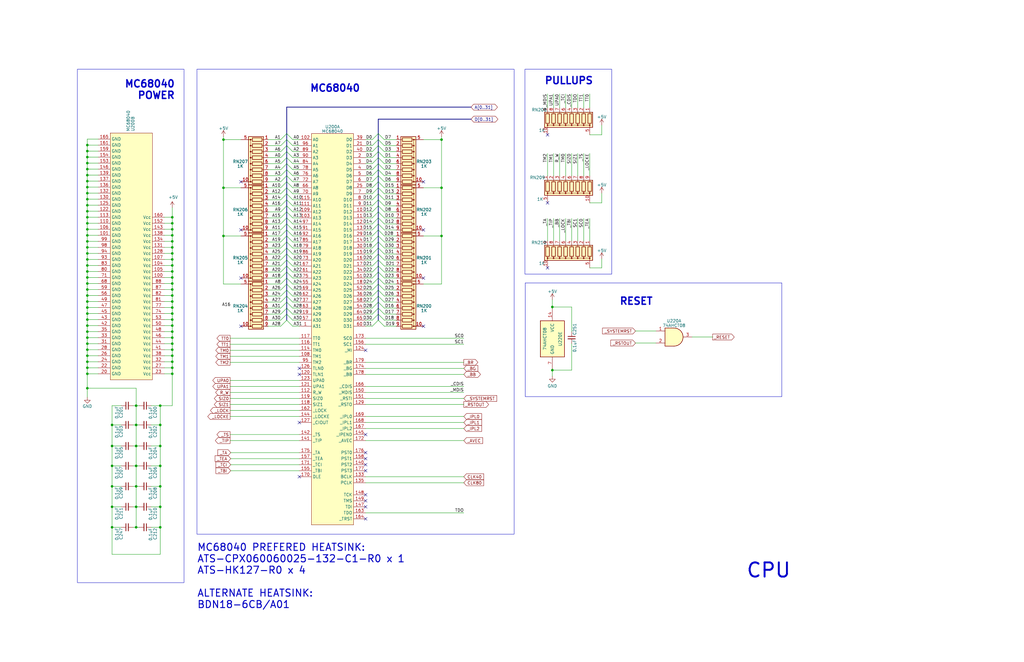
<source format=kicad_sch>
(kicad_sch (version 20230121) (generator eeschema)
  (paper "B")
  (title_block (title "AMIGA PCI") (date "2023-05-28") (rev "1"))
  (junction (at 36.83 73.914))
  (junction (at 36.83 94.234))
  (junction (at 36.83 68.834))
  (junction (at 47.244 213.868))
  (junction (at 57.404 188.214))
  (junction (at 67.564 188.214))
  (junction (at 47.244 222.504))
  (junction (at 36.83 78.994))
  (junction (at 36.83 86.614))
  (junction (at 36.83 145.034))
  (junction (at 36.83 137.414))
  (junction (at 72.644 139.954))
  (junction (at 72.644 155.194))
  (junction (at 72.644 132.334))
  (junction (at 36.83 142.494))
  (junction (at 72.644 150.114))
  (junction (at 36.83 163.83))
  (junction (at 57.404 196.596))
  (junction (at 232.918 156.21))
  (junction (at 36.83 147.574))
  (junction (at 47.244 188.214))
  (junction (at 72.644 114.554))
  (junction (at 36.83 114.554))
  (junction (at 36.83 91.694))
  (junction (at 36.83 81.534))
  (junction (at 36.83 157.734))
  (junction (at 57.404 213.868))
  (junction (at 72.644 117.094))
  (junction (at 36.83 104.394))
  (junction (at 72.644 157.734))
  (junction (at 36.83 122.174))
  (junction (at 47.244 179.324))
  (junction (at 72.644 124.714))
  (junction (at 72.644 109.474))
  (junction (at 186.182 99.568))
  (junction (at 36.83 76.454))
  (junction (at 72.644 104.394))
  (junction (at 67.564 205.232))
  (junction (at 36.83 127.254))
  (junction (at 36.83 106.934))
  (junction (at 72.644 142.494))
  (junction (at 36.83 155.194))
  (junction (at 72.644 94.234))
  (junction (at 72.644 127.254))
  (junction (at 36.83 84.074))
  (junction (at 36.83 119.634))
  (junction (at 36.83 66.294))
  (junction (at 72.644 99.314))
  (junction (at 36.83 99.314))
  (junction (at 57.404 179.324))
  (junction (at 36.83 150.114))
  (junction (at 67.564 222.504))
  (junction (at 72.644 145.034))
  (junction (at 36.83 134.874))
  (junction (at 186.182 58.928))
  (junction (at 36.83 109.474))
  (junction (at 72.644 101.854))
  (junction (at 72.644 137.414))
  (junction (at 72.644 129.794))
  (junction (at 67.564 171.196))
  (junction (at 36.83 96.774))
  (junction (at 72.644 91.694))
  (junction (at 36.83 63.754))
  (junction (at 36.83 101.854))
  (junction (at 72.644 112.014))
  (junction (at 232.918 129.54))
  (junction (at 36.83 139.954))
  (junction (at 36.83 117.094))
  (junction (at 36.83 152.654))
  (junction (at 72.644 96.774))
  (junction (at 72.644 119.634))
  (junction (at 57.404 205.232))
  (junction (at 36.83 61.214))
  (junction (at 67.564 213.868))
  (junction (at 67.564 196.596))
  (junction (at 47.244 196.596))
  (junction (at 36.83 71.374))
  (junction (at 36.83 132.334))
  (junction (at 57.404 222.504))
  (junction (at 72.644 147.574))
  (junction (at 47.244 205.232))
  (junction (at 186.182 79.248))
  (junction (at 94.234 58.928))
  (junction (at 36.83 112.014))
  (junction (at 36.83 129.794))
  (junction (at 36.83 89.154))
  (junction (at 72.644 122.174))
  (junction (at 67.564 179.324))
  (junction (at 72.644 152.654))
  (junction (at 94.234 99.568))
  (junction (at 72.644 134.874))
  (junction (at 94.234 79.248))
  (junction (at 72.644 106.934))
  (junction (at 36.83 124.714))
  (junction (at 57.404 171.196))
  (no_connect (at 154.178 218.948))
  (no_connect (at 101.6 137.668))
  (no_connect (at 126.238 155.448))
  (no_connect (at 126.238 201.168))
  (no_connect (at 126.238 178.308))
  (no_connect (at 154.178 196.088))
  (no_connect (at 154.178 193.548))
  (no_connect (at 126.238 157.988))
  (no_connect (at 154.178 147.828))
  (no_connect (at 154.178 183.388))
  (no_connect (at 230.886 56.896))
  (no_connect (at 101.6 117.348))
  (no_connect (at 101.6 97.028))
  (no_connect (at 101.6 76.708))
  (no_connect (at 178.562 76.708))
  (no_connect (at 154.178 211.328))
  (no_connect (at 178.562 97.028))
  (no_connect (at 154.178 208.788))
  (no_connect (at 178.562 117.348))
  (no_connect (at 154.178 198.628))
  (no_connect (at 230.886 85.598))
  (no_connect (at 178.562 137.668))
  (no_connect (at 154.178 213.868))
  (no_connect (at 230.886 113.03))
  (no_connect (at 154.178 191.008))
  (bus_entry (at 118.364 64.008) (size 2.54 -2.54))
  (bus_entry (at 118.364 124.968) (size 2.54 -2.54))
  (bus_entry (at 162.052 89.408) (size -2.54 -2.54))
  (bus_entry (at 156.972 61.468) (size 2.54 -2.54))
  (bus_entry (at 162.052 137.668) (size -2.54 -2.54))
  (bus_entry (at 156.972 102.108) (size 2.54 -2.54))
  (bus_entry (at 118.364 117.348) (size 2.54 -2.54))
  (bus_entry (at 118.364 109.728) (size 2.54 -2.54))
  (bus_entry (at 123.444 117.348) (size -2.54 -2.54))
  (bus_entry (at 156.972 86.868) (size 2.54 -2.54))
  (bus_entry (at 123.444 69.088) (size -2.54 -2.54))
  (bus_entry (at 118.364 114.808) (size 2.54 -2.54))
  (bus_entry (at 123.444 99.568) (size -2.54 -2.54))
  (bus_entry (at 156.972 89.408) (size 2.54 -2.54))
  (bus_entry (at 118.364 66.548) (size 2.54 -2.54))
  (bus_entry (at 156.972 114.808) (size 2.54 -2.54))
  (bus_entry (at 156.972 71.628) (size 2.54 -2.54))
  (bus_entry (at 162.052 119.888) (size -2.54 -2.54))
  (bus_entry (at 156.972 94.488) (size 2.54 -2.54))
  (bus_entry (at 162.052 104.648) (size -2.54 -2.54))
  (bus_entry (at 123.444 94.488) (size -2.54 -2.54))
  (bus_entry (at 123.444 74.168) (size -2.54 -2.54))
  (bus_entry (at 156.972 74.168) (size 2.54 -2.54))
  (bus_entry (at 162.052 81.788) (size -2.54 -2.54))
  (bus_entry (at 123.444 107.188) (size -2.54 -2.54))
  (bus_entry (at 156.972 112.268) (size 2.54 -2.54))
  (bus_entry (at 162.052 127.508) (size -2.54 -2.54))
  (bus_entry (at 162.052 117.348) (size -2.54 -2.54))
  (bus_entry (at 162.052 102.108) (size -2.54 -2.54))
  (bus_entry (at 123.444 127.508) (size -2.54 -2.54))
  (bus_entry (at 118.364 61.468) (size 2.54 -2.54))
  (bus_entry (at 123.444 135.128) (size -2.54 -2.54))
  (bus_entry (at 118.364 132.588) (size 2.54 -2.54))
  (bus_entry (at 123.444 104.648) (size -2.54 -2.54))
  (bus_entry (at 156.972 127.508) (size 2.54 -2.54))
  (bus_entry (at 156.972 135.128) (size 2.54 -2.54))
  (bus_entry (at 162.052 99.568) (size -2.54 -2.54))
  (bus_entry (at 156.972 117.348) (size 2.54 -2.54))
  (bus_entry (at 118.364 107.188) (size 2.54 -2.54))
  (bus_entry (at 123.444 91.948) (size -2.54 -2.54))
  (bus_entry (at 123.444 112.268) (size -2.54 -2.54))
  (bus_entry (at 162.052 58.928) (size -2.54 -2.54))
  (bus_entry (at 156.972 64.008) (size 2.54 -2.54))
  (bus_entry (at 118.364 79.248) (size 2.54 -2.54))
  (bus_entry (at 156.972 97.028) (size 2.54 -2.54))
  (bus_entry (at 162.052 84.328) (size -2.54 -2.54))
  (bus_entry (at 156.972 99.568) (size 2.54 -2.54))
  (bus_entry (at 118.364 81.788) (size 2.54 -2.54))
  (bus_entry (at 118.364 94.488) (size 2.54 -2.54))
  (bus_entry (at 162.052 132.588) (size -2.54 -2.54))
  (bus_entry (at 123.444 58.928) (size -2.54 -2.54))
  (bus_entry (at 123.444 119.888) (size -2.54 -2.54))
  (bus_entry (at 156.972 104.648) (size 2.54 -2.54))
  (bus_entry (at 162.052 66.548) (size -2.54 -2.54))
  (bus_entry (at 162.052 135.128) (size -2.54 -2.54))
  (bus_entry (at 118.364 69.088) (size 2.54 -2.54))
  (bus_entry (at 118.364 122.428) (size 2.54 -2.54))
  (bus_entry (at 162.052 64.008) (size -2.54 -2.54))
  (bus_entry (at 123.444 61.468) (size -2.54 -2.54))
  (bus_entry (at 123.444 132.588) (size -2.54 -2.54))
  (bus_entry (at 123.444 137.668) (size -2.54 -2.54))
  (bus_entry (at 162.052 124.968) (size -2.54 -2.54))
  (bus_entry (at 118.364 104.648) (size 2.54 -2.54))
  (bus_entry (at 123.444 102.108) (size -2.54 -2.54))
  (bus_entry (at 118.364 84.328) (size 2.54 -2.54))
  (bus_entry (at 156.972 84.328) (size 2.54 -2.54))
  (bus_entry (at 162.052 71.628) (size -2.54 -2.54))
  (bus_entry (at 118.364 91.948) (size 2.54 -2.54))
  (bus_entry (at 162.052 61.468) (size -2.54 -2.54))
  (bus_entry (at 118.364 97.028) (size 2.54 -2.54))
  (bus_entry (at 162.052 74.168) (size -2.54 -2.54))
  (bus_entry (at 162.052 97.028) (size -2.54 -2.54))
  (bus_entry (at 123.444 130.048) (size -2.54 -2.54))
  (bus_entry (at 162.052 114.808) (size -2.54 -2.54))
  (bus_entry (at 118.364 89.408) (size 2.54 -2.54))
  (bus_entry (at 118.364 86.868) (size 2.54 -2.54))
  (bus_entry (at 123.444 124.968) (size -2.54 -2.54))
  (bus_entry (at 162.052 112.268) (size -2.54 -2.54))
  (bus_entry (at 156.972 69.088) (size 2.54 -2.54))
  (bus_entry (at 156.972 132.588) (size 2.54 -2.54))
  (bus_entry (at 118.364 119.888) (size 2.54 -2.54))
  (bus_entry (at 156.972 119.888) (size 2.54 -2.54))
  (bus_entry (at 118.364 74.168) (size 2.54 -2.54))
  (bus_entry (at 123.444 81.788) (size -2.54 -2.54))
  (bus_entry (at 162.052 107.188) (size -2.54 -2.54))
  (bus_entry (at 156.972 137.668) (size 2.54 -2.54))
  (bus_entry (at 156.972 122.428) (size 2.54 -2.54))
  (bus_entry (at 118.364 130.048) (size 2.54 -2.54))
  (bus_entry (at 123.444 64.008) (size -2.54 -2.54))
  (bus_entry (at 118.364 137.668) (size 2.54 -2.54))
  (bus_entry (at 118.364 76.708) (size 2.54 -2.54))
  (bus_entry (at 162.052 86.868) (size -2.54 -2.54))
  (bus_entry (at 118.364 112.268) (size 2.54 -2.54))
  (bus_entry (at 123.444 109.728) (size -2.54 -2.54))
  (bus_entry (at 118.364 127.508) (size 2.54 -2.54))
  (bus_entry (at 123.444 89.408) (size -2.54 -2.54))
  (bus_entry (at 156.972 124.968) (size 2.54 -2.54))
  (bus_entry (at 162.052 94.488) (size -2.54 -2.54))
  (bus_entry (at 123.444 97.028) (size -2.54 -2.54))
  (bus_entry (at 156.972 66.548) (size 2.54 -2.54))
  (bus_entry (at 123.444 114.808) (size -2.54 -2.54))
  (bus_entry (at 162.052 76.708) (size -2.54 -2.54))
  (bus_entry (at 123.444 122.428) (size -2.54 -2.54))
  (bus_entry (at 156.972 76.708) (size 2.54 -2.54))
  (bus_entry (at 123.444 76.708) (size -2.54 -2.54))
  (bus_entry (at 162.052 130.048) (size -2.54 -2.54))
  (bus_entry (at 162.052 69.088) (size -2.54 -2.54))
  (bus_entry (at 118.364 99.568) (size 2.54 -2.54))
  (bus_entry (at 162.052 91.948) (size -2.54 -2.54))
  (bus_entry (at 123.444 71.628) (size -2.54 -2.54))
  (bus_entry (at 118.364 58.928) (size 2.54 -2.54))
  (bus_entry (at 162.052 122.428) (size -2.54 -2.54))
  (bus_entry (at 118.364 102.108) (size 2.54 -2.54))
  (bus_entry (at 156.972 130.048) (size 2.54 -2.54))
  (bus_entry (at 123.444 84.328) (size -2.54 -2.54))
  (bus_entry (at 156.972 107.188) (size 2.54 -2.54))
  (bus_entry (at 123.444 79.248) (size -2.54 -2.54))
  (bus_entry (at 118.364 71.628) (size 2.54 -2.54))
  (bus_entry (at 156.972 58.928) (size 2.54 -2.54))
  (bus_entry (at 162.052 79.248) (size -2.54 -2.54))
  (bus_entry (at 156.972 91.948) (size 2.54 -2.54))
  (bus_entry (at 156.972 109.728) (size 2.54 -2.54))
  (bus_entry (at 123.444 86.868) (size -2.54 -2.54))
  (bus_entry (at 162.052 109.728) (size -2.54 -2.54))
  (bus_entry (at 118.364 135.128) (size 2.54 -2.54))
  (bus_entry (at 156.972 81.788) (size 2.54 -2.54))
  (bus_entry (at 156.972 79.248) (size 2.54 -2.54))
  (bus_entry (at 123.444 66.548) (size -2.54 -2.54))
  (wire (pts (xy 97.028 163.068) (xy 126.238 163.068)))
  (wire (pts (xy 241.046 39.624) (xy 241.046 45.466)))
  (wire (pts (xy 36.83 117.094) (xy 36.83 119.634)))
  (wire (pts (xy 72.644 109.474) (xy 72.644 112.014)))
  (wire (pts (xy 154.178 142.748) (xy 195.58 142.748)))
  (wire (pts (xy 232.918 155.702) (xy 232.918 156.21)))
  (wire (pts (xy 154.178 137.668) (xy 156.972 137.668)))
  (bus (pts (xy 120.904 112.268) (xy 120.904 114.808)))
  (wire (pts (xy 72.644 127.254) (xy 69.342 127.254)))
  (wire (pts (xy 57.404 163.83) (xy 57.404 171.196)))
  (wire (pts (xy 167.132 99.568) (xy 162.052 99.568)))
  (wire (pts (xy 72.644 94.234) (xy 72.644 96.774)))
  (wire (pts (xy 126.238 91.948) (xy 123.444 91.948)))
  (wire (pts (xy 241.046 145.034) (xy 241.046 156.21)))
  (wire (pts (xy 126.238 84.328) (xy 123.444 84.328)))
  (wire (pts (xy 41.402 91.694) (xy 36.83 91.694)))
  (wire (pts (xy 113.03 84.328) (xy 118.364 84.328)))
  (wire (pts (xy 154.178 135.128) (xy 156.972 135.128)))
  (wire (pts (xy 126.238 130.048) (xy 123.444 130.048)))
  (bus (pts (xy 159.512 94.488) (xy 159.512 97.028)))
  (wire (pts (xy 63.754 171.196) (xy 67.564 171.196)))
  (wire (pts (xy 97.028 185.928) (xy 126.238 185.928)))
  (wire (pts (xy 101.6 119.888) (xy 94.234 119.888)))
  (wire (pts (xy 167.132 117.348) (xy 162.052 117.348)))
  (wire (pts (xy 36.83 84.074) (xy 36.83 86.614)))
  (wire (pts (xy 58.674 222.504) (xy 57.404 222.504)))
  (wire (pts (xy 58.674 213.868) (xy 57.404 213.868)))
  (wire (pts (xy 113.03 76.708) (xy 118.364 76.708)))
  (wire (pts (xy 97.028 160.528) (xy 126.238 160.528)))
  (wire (pts (xy 230.886 92.202) (xy 230.886 101.6)))
  (wire (pts (xy 186.182 99.568) (xy 186.182 119.888)))
  (wire (pts (xy 72.644 132.334) (xy 72.644 134.874)))
  (wire (pts (xy 243.586 64.77) (xy 243.586 74.168)))
  (wire (pts (xy 233.426 64.77) (xy 233.426 74.168)))
  (wire (pts (xy 97.282 191.008) (xy 126.238 191.008)))
  (wire (pts (xy 72.644 114.554) (xy 72.644 117.094)))
  (wire (pts (xy 41.402 106.934) (xy 36.83 106.934)))
  (wire (pts (xy 167.132 61.468) (xy 162.052 61.468)))
  (wire (pts (xy 167.132 94.488) (xy 162.052 94.488)))
  (bus (pts (xy 159.512 119.888) (xy 159.512 122.428)))
  (wire (pts (xy 113.03 114.808) (xy 118.364 114.808)))
  (wire (pts (xy 47.244 213.868) (xy 51.054 213.868)))
  (wire (pts (xy 97.282 193.548) (xy 126.238 193.548)))
  (wire (pts (xy 57.404 196.596) (xy 57.404 205.232)))
  (bus (pts (xy 120.904 99.568) (xy 120.904 102.108)))
  (wire (pts (xy 126.238 132.588) (xy 123.444 132.588)))
  (bus (pts (xy 159.512 117.348) (xy 159.512 119.888)))
  (wire (pts (xy 47.244 171.196) (xy 47.244 179.324)))
  (wire (pts (xy 154.178 86.868) (xy 156.972 86.868)))
  (wire (pts (xy 154.178 104.648) (xy 156.972 104.648)))
  (wire (pts (xy 248.666 64.77) (xy 248.666 74.168)))
  (wire (pts (xy 41.402 157.734) (xy 36.83 157.734)))
  (wire (pts (xy 41.402 117.094) (xy 36.83 117.094)))
  (wire (pts (xy 167.132 112.268) (xy 162.052 112.268)))
  (wire (pts (xy 36.83 61.214) (xy 36.83 63.754)))
  (wire (pts (xy 63.754 179.324) (xy 67.564 179.324)))
  (wire (pts (xy 67.564 233.934) (xy 47.244 233.934)))
  (wire (pts (xy 72.644 155.194) (xy 72.644 157.734)))
  (wire (pts (xy 126.238 94.488) (xy 123.444 94.488)))
  (wire (pts (xy 126.238 97.028) (xy 123.444 97.028)))
  (bus (pts (xy 159.512 97.028) (xy 159.512 99.568)))
  (wire (pts (xy 36.83 139.954) (xy 36.83 142.494)))
  (wire (pts (xy 72.644 124.714) (xy 69.342 124.714)))
  (wire (pts (xy 167.132 130.048) (xy 162.052 130.048)))
  (wire (pts (xy 167.132 119.888) (xy 162.052 119.888)))
  (wire (pts (xy 167.132 69.088) (xy 162.052 69.088)))
  (bus (pts (xy 159.512 56.388) (xy 159.512 58.928)))
  (wire (pts (xy 126.238 124.968) (xy 123.444 124.968)))
  (wire (pts (xy 97.028 165.608) (xy 126.238 165.608)))
  (bus (pts (xy 159.512 112.268) (xy 159.512 114.808)))
  (bus (pts (xy 159.512 132.588) (xy 159.512 135.128)))
  (wire (pts (xy 41.402 112.014) (xy 36.83 112.014)))
  (wire (pts (xy 72.644 155.194) (xy 69.342 155.194)))
  (wire (pts (xy 72.644 91.694) (xy 72.644 94.234)))
  (wire (pts (xy 41.402 129.794) (xy 36.83 129.794)))
  (bus (pts (xy 120.904 107.188) (xy 120.904 109.728)))
  (wire (pts (xy 69.342 142.494) (xy 72.644 142.494)))
  (wire (pts (xy 36.83 68.834) (xy 36.83 71.374)))
  (wire (pts (xy 113.03 124.968) (xy 118.364 124.968)))
  (wire (pts (xy 97.028 173.228) (xy 126.238 173.228)))
  (wire (pts (xy 167.132 124.968) (xy 162.052 124.968)))
  (wire (pts (xy 41.402 61.214) (xy 36.83 61.214)))
  (wire (pts (xy 36.83 66.294) (xy 36.83 68.834)))
  (wire (pts (xy 57.404 179.324) (xy 56.134 179.324)))
  (wire (pts (xy 154.178 102.108) (xy 156.972 102.108)))
  (wire (pts (xy 178.562 99.568) (xy 186.182 99.568)))
  (wire (pts (xy 238.506 39.624) (xy 238.506 45.466)))
  (wire (pts (xy 36.83 71.374) (xy 36.83 73.914)))
  (bus (pts (xy 120.904 71.628) (xy 120.904 74.168)))
  (wire (pts (xy 41.402 104.394) (xy 36.83 104.394)))
  (wire (pts (xy 113.03 127.508) (xy 118.364 127.508)))
  (bus (pts (xy 159.512 76.708) (xy 159.512 79.248)))
  (wire (pts (xy 36.83 122.174) (xy 36.83 124.714)))
  (wire (pts (xy 41.402 127.254) (xy 36.83 127.254)))
  (wire (pts (xy 58.674 171.196) (xy 57.404 171.196)))
  (wire (pts (xy 41.402 109.474) (xy 36.83 109.474)))
  (wire (pts (xy 72.644 150.114) (xy 72.644 152.654)))
  (wire (pts (xy 36.83 63.754) (xy 36.83 66.294)))
  (wire (pts (xy 41.402 78.994) (xy 36.83 78.994)))
  (wire (pts (xy 36.83 155.194) (xy 36.83 157.734)))
  (wire (pts (xy 72.644 109.474) (xy 69.342 109.474)))
  (wire (pts (xy 154.178 109.728) (xy 156.972 109.728)))
  (bus (pts (xy 159.512 79.248) (xy 159.512 81.788)))
  (wire (pts (xy 167.132 89.408) (xy 162.052 89.408)))
  (bus (pts (xy 120.904 117.348) (xy 120.904 119.888)))
  (wire (pts (xy 57.404 179.324) (xy 57.404 188.214)))
  (wire (pts (xy 58.674 179.324) (xy 57.404 179.324)))
  (wire (pts (xy 97.282 198.628) (xy 126.238 198.628)))
  (bus (pts (xy 159.512 71.628) (xy 159.512 74.168)))
  (wire (pts (xy 126.238 112.268) (xy 123.444 112.268)))
  (wire (pts (xy 113.03 122.428) (xy 118.364 122.428)))
  (wire (pts (xy 241.046 64.77) (xy 241.046 74.168)))
  (bus (pts (xy 159.512 130.048) (xy 159.512 132.588)))
  (wire (pts (xy 154.178 61.468) (xy 156.972 61.468)))
  (wire (pts (xy 235.966 92.202) (xy 235.966 101.6)))
  (wire (pts (xy 72.644 119.634) (xy 72.644 122.174)))
  (wire (pts (xy 63.754 196.596) (xy 67.564 196.596)))
  (wire (pts (xy 72.644 134.874) (xy 72.644 137.414)))
  (bus (pts (xy 120.904 109.728) (xy 120.904 112.268)))
  (wire (pts (xy 154.178 145.288) (xy 195.58 145.288)))
  (wire (pts (xy 72.644 150.114) (xy 69.342 150.114)))
  (wire (pts (xy 47.244 188.214) (xy 51.054 188.214)))
  (bus (pts (xy 120.904 81.788) (xy 120.904 84.328)))
  (wire (pts (xy 72.644 137.414) (xy 69.342 137.414)))
  (wire (pts (xy 126.238 127.508) (xy 123.444 127.508)))
  (wire (pts (xy 248.666 56.896) (xy 253.746 56.896)))
  (wire (pts (xy 178.562 58.928) (xy 186.182 58.928)))
  (wire (pts (xy 36.83 129.794) (xy 36.83 132.334)))
  (wire (pts (xy 154.178 152.908) (xy 195.58 152.908)))
  (bus (pts (xy 120.904 58.928) (xy 120.904 61.468)))
  (wire (pts (xy 113.03 130.048) (xy 118.364 130.048)))
  (wire (pts (xy 41.402 66.294) (xy 36.83 66.294)))
  (wire (pts (xy 72.644 106.934) (xy 72.644 109.474)))
  (wire (pts (xy 72.644 137.414) (xy 72.644 139.954)))
  (wire (pts (xy 154.178 203.708) (xy 195.58 203.708)))
  (wire (pts (xy 41.402 132.334) (xy 36.83 132.334)))
  (bus (pts (xy 159.512 69.088) (xy 159.512 71.628)))
  (wire (pts (xy 72.644 94.234) (xy 69.342 94.234)))
  (wire (pts (xy 243.586 92.202) (xy 243.586 101.6)))
  (wire (pts (xy 41.402 139.954) (xy 36.83 139.954)))
  (wire (pts (xy 67.564 188.214) (xy 67.564 196.596)))
  (wire (pts (xy 113.03 99.568) (xy 118.364 99.568)))
  (wire (pts (xy 36.83 147.574) (xy 36.83 150.114)))
  (wire (pts (xy 57.404 188.214) (xy 57.404 196.596)))
  (wire (pts (xy 154.178 94.488) (xy 156.972 94.488)))
  (wire (pts (xy 57.404 222.504) (xy 56.134 222.504)))
  (wire (pts (xy 113.03 97.028) (xy 118.364 97.028)))
  (wire (pts (xy 167.132 79.248) (xy 162.052 79.248)))
  (wire (pts (xy 154.178 122.428) (xy 156.972 122.428)))
  (bus (pts (xy 120.904 79.248) (xy 120.904 81.788)))
  (wire (pts (xy 41.402 152.654) (xy 36.83 152.654)))
  (bus (pts (xy 159.512 104.648) (xy 159.512 107.188)))
  (bus (pts (xy 120.904 74.168) (xy 120.904 76.708)))
  (wire (pts (xy 72.644 117.094) (xy 69.342 117.094)))
  (wire (pts (xy 248.666 113.03) (xy 253.746 113.03)))
  (wire (pts (xy 233.426 39.624) (xy 233.426 45.466)))
  (wire (pts (xy 72.644 129.794) (xy 72.644 132.334)))
  (wire (pts (xy 36.83 94.234) (xy 36.83 96.774)))
  (wire (pts (xy 113.03 102.108) (xy 118.364 102.108)))
  (wire (pts (xy 248.666 39.624) (xy 248.666 45.466)))
  (bus (pts (xy 120.904 130.048) (xy 120.904 132.588)))
  (wire (pts (xy 154.178 84.328) (xy 156.972 84.328)))
  (wire (pts (xy 154.178 58.928) (xy 156.972 58.928)))
  (bus (pts (xy 120.904 61.468) (xy 120.904 64.008)))
  (wire (pts (xy 126.238 61.468) (xy 123.444 61.468)))
  (wire (pts (xy 47.244 222.504) (xy 47.244 233.934)))
  (wire (pts (xy 154.178 117.348) (xy 156.972 117.348)))
  (wire (pts (xy 113.03 94.488) (xy 118.364 94.488)))
  (bus (pts (xy 159.512 66.548) (xy 159.512 69.088)))
  (bus (pts (xy 159.512 102.108) (xy 159.512 104.648)))
  (wire (pts (xy 154.178 91.948) (xy 156.972 91.948)))
  (wire (pts (xy 126.238 64.008) (xy 123.444 64.008)))
  (wire (pts (xy 72.644 145.034) (xy 72.644 147.574)))
  (wire (pts (xy 126.238 79.248) (xy 123.444 79.248)))
  (wire (pts (xy 113.03 79.248) (xy 118.364 79.248)))
  (wire (pts (xy 167.132 137.668) (xy 162.052 137.668)))
  (wire (pts (xy 126.238 135.128) (xy 123.444 135.128)))
  (wire (pts (xy 72.644 127.254) (xy 72.644 129.794)))
  (wire (pts (xy 36.83 106.934) (xy 36.83 109.474)))
  (wire (pts (xy 72.644 114.554) (xy 69.342 114.554)))
  (wire (pts (xy 113.03 89.408) (xy 118.364 89.408)))
  (bus (pts (xy 159.512 84.328) (xy 159.512 86.868)))
  (wire (pts (xy 72.644 117.094) (xy 72.644 119.634)))
  (wire (pts (xy 41.402 137.414) (xy 36.83 137.414)))
  (wire (pts (xy 167.132 86.868) (xy 162.052 86.868)))
  (wire (pts (xy 126.238 69.088) (xy 123.444 69.088)))
  (wire (pts (xy 41.402 134.874) (xy 36.83 134.874)))
  (wire (pts (xy 58.674 196.596) (xy 57.404 196.596)))
  (wire (pts (xy 63.754 188.214) (xy 67.564 188.214)))
  (wire (pts (xy 36.83 124.714) (xy 36.83 127.254)))
  (bus (pts (xy 120.904 119.888) (xy 120.904 122.428)))
  (wire (pts (xy 97.028 142.748) (xy 126.238 142.748)))
  (wire (pts (xy 113.03 58.928) (xy 118.364 58.928)))
  (wire (pts (xy 72.644 124.714) (xy 72.644 127.254)))
  (bus (pts (xy 120.904 104.648) (xy 120.904 107.188)))
  (bus (pts (xy 159.512 114.808) (xy 159.512 117.348)))
  (bus (pts (xy 120.904 127.508) (xy 120.904 130.048)))
  (wire (pts (xy 36.83 91.694) (xy 36.83 94.234)))
  (wire (pts (xy 57.404 171.196) (xy 57.404 179.324)))
  (wire (pts (xy 41.402 68.834) (xy 36.83 68.834)))
  (wire (pts (xy 113.03 71.628) (xy 118.364 71.628)))
  (wire (pts (xy 154.178 69.088) (xy 156.972 69.088)))
  (bus (pts (xy 120.904 45.212) (xy 198.628 45.212)))
  (wire (pts (xy 232.918 126.492) (xy 232.918 129.54)))
  (wire (pts (xy 113.03 74.168) (xy 118.364 74.168)))
  (wire (pts (xy 167.132 91.948) (xy 162.052 91.948)))
  (wire (pts (xy 41.402 114.554) (xy 36.83 114.554)))
  (wire (pts (xy 126.238 114.808) (xy 123.444 114.808)))
  (wire (pts (xy 126.238 104.648) (xy 123.444 104.648)))
  (wire (pts (xy 41.402 122.174) (xy 36.83 122.174)))
  (wire (pts (xy 154.178 168.148) (xy 195.58 168.148)))
  (wire (pts (xy 154.178 127.508) (xy 156.972 127.508)))
  (bus (pts (xy 120.904 132.588) (xy 120.904 135.128)))
  (wire (pts (xy 97.028 175.768) (xy 126.238 175.768)))
  (wire (pts (xy 36.83 78.994) (xy 36.83 81.534)))
  (wire (pts (xy 167.132 71.628) (xy 162.052 71.628)))
  (wire (pts (xy 232.918 129.54) (xy 241.046 129.54)))
  (bus (pts (xy 120.904 94.488) (xy 120.904 97.028)))
  (wire (pts (xy 36.83 152.654) (xy 36.83 155.194)))
  (wire (pts (xy 57.404 205.232) (xy 57.404 213.868)))
  (wire (pts (xy 72.644 152.654) (xy 72.644 155.194)))
  (bus (pts (xy 120.904 86.868) (xy 120.904 89.408)))
  (wire (pts (xy 72.644 142.494) (xy 72.644 145.034)))
  (wire (pts (xy 101.6 79.248) (xy 94.234 79.248)))
  (wire (pts (xy 253.746 109.22) (xy 253.746 113.03)))
  (wire (pts (xy 154.178 107.188) (xy 156.972 107.188)))
  (wire (pts (xy 167.132 104.648) (xy 162.052 104.648)))
  (wire (pts (xy 241.046 92.202) (xy 241.046 101.6)))
  (wire (pts (xy 126.238 74.168) (xy 123.444 74.168)))
  (wire (pts (xy 267.97 139.7) (xy 276.606 139.7)))
  (wire (pts (xy 63.754 222.504) (xy 67.564 222.504)))
  (bus (pts (xy 159.512 74.168) (xy 159.512 76.708)))
  (wire (pts (xy 94.234 99.568) (xy 94.234 119.888)))
  (wire (pts (xy 126.238 109.728) (xy 123.444 109.728)))
  (wire (pts (xy 113.03 137.668) (xy 118.364 137.668)))
  (wire (pts (xy 72.644 119.634) (xy 69.342 119.634)))
  (wire (pts (xy 94.234 79.248) (xy 94.234 99.568)))
  (wire (pts (xy 238.506 92.202) (xy 238.506 101.6)))
  (wire (pts (xy 113.03 81.788) (xy 118.364 81.788)))
  (wire (pts (xy 167.132 122.428) (xy 162.052 122.428)))
  (wire (pts (xy 113.03 109.728) (xy 118.364 109.728)))
  (bus (pts (xy 120.904 84.328) (xy 120.904 86.868)))
  (wire (pts (xy 72.644 122.174) (xy 72.644 124.714)))
  (wire (pts (xy 154.178 114.808) (xy 156.972 114.808)))
  (wire (pts (xy 113.03 66.548) (xy 118.364 66.548)))
  (wire (pts (xy 253.746 52.832) (xy 253.746 56.896)))
  (wire (pts (xy 167.132 102.108) (xy 162.052 102.108)))
  (wire (pts (xy 41.402 147.574) (xy 36.83 147.574)))
  (wire (pts (xy 63.754 205.232) (xy 67.564 205.232)))
  (wire (pts (xy 47.244 205.232) (xy 47.244 213.868)))
  (wire (pts (xy 57.404 171.196) (xy 56.134 171.196)))
  (wire (pts (xy 41.402 84.074) (xy 36.83 84.074)))
  (wire (pts (xy 72.644 129.794) (xy 69.342 129.794)))
  (wire (pts (xy 72.644 106.934) (xy 69.342 106.934)))
  (wire (pts (xy 47.244 171.196) (xy 51.054 171.196)))
  (wire (pts (xy 154.178 64.008) (xy 156.972 64.008)))
  (wire (pts (xy 235.966 64.77) (xy 235.966 74.168)))
  (wire (pts (xy 72.644 147.574) (xy 69.342 147.574)))
  (wire (pts (xy 246.126 92.202) (xy 246.126 101.6)))
  (wire (pts (xy 178.562 119.888) (xy 186.182 119.888)))
  (wire (pts (xy 154.178 66.548) (xy 156.972 66.548)))
  (wire (pts (xy 67.564 213.868) (xy 67.564 222.504)))
  (wire (pts (xy 41.402 101.854) (xy 36.83 101.854)))
  (wire (pts (xy 97.028 147.828) (xy 126.238 147.828)))
  (wire (pts (xy 41.402 142.494) (xy 36.83 142.494)))
  (wire (pts (xy 154.178 79.248) (xy 156.972 79.248)))
  (wire (pts (xy 69.342 101.854) (xy 72.644 101.854)))
  (wire (pts (xy 41.402 99.314) (xy 36.83 99.314)))
  (wire (pts (xy 72.644 99.314) (xy 72.644 101.854)))
  (bus (pts (xy 120.904 64.008) (xy 120.904 66.548)))
  (wire (pts (xy 154.178 119.888) (xy 156.972 119.888)))
  (wire (pts (xy 72.644 147.574) (xy 72.644 150.114)))
  (wire (pts (xy 36.83 167.64) (xy 36.83 163.83)))
  (wire (pts (xy 72.644 104.394) (xy 72.644 106.934)))
  (wire (pts (xy 126.238 81.788) (xy 123.444 81.788)))
  (wire (pts (xy 126.238 66.548) (xy 123.444 66.548)))
  (wire (pts (xy 47.244 205.232) (xy 51.054 205.232)))
  (wire (pts (xy 36.83 101.854) (xy 36.83 104.394)))
  (wire (pts (xy 57.404 188.214) (xy 56.134 188.214)))
  (wire (pts (xy 36.83 150.114) (xy 36.83 152.654)))
  (wire (pts (xy 126.238 86.868) (xy 123.444 86.868)))
  (bus (pts (xy 120.904 56.388) (xy 120.904 58.928)))
  (wire (pts (xy 154.178 157.988) (xy 195.58 157.988)))
  (wire (pts (xy 72.644 101.854) (xy 72.644 104.394)))
  (bus (pts (xy 159.512 86.868) (xy 159.512 89.408)))
  (wire (pts (xy 41.402 150.114) (xy 36.83 150.114)))
  (bus (pts (xy 159.512 50.292) (xy 198.628 50.292)))
  (wire (pts (xy 167.132 114.808) (xy 162.052 114.808)))
  (wire (pts (xy 235.966 39.624) (xy 235.966 45.466)))
  (wire (pts (xy 47.244 179.324) (xy 51.054 179.324)))
  (wire (pts (xy 167.132 81.788) (xy 162.052 81.788)))
  (wire (pts (xy 36.83 127.254) (xy 36.83 129.794)))
  (wire (pts (xy 41.402 124.714) (xy 36.83 124.714)))
  (wire (pts (xy 41.402 119.634) (xy 36.83 119.634)))
  (bus (pts (xy 159.512 107.188) (xy 159.512 109.728)))
  (wire (pts (xy 36.83 58.674) (xy 36.83 61.214)))
  (bus (pts (xy 159.512 56.388) (xy 159.512 50.292)))
  (wire (pts (xy 36.83 89.154) (xy 36.83 91.694)))
  (wire (pts (xy 241.046 129.54) (xy 241.046 139.954)))
  (wire (pts (xy 97.028 145.288) (xy 126.238 145.288)))
  (wire (pts (xy 186.182 79.248) (xy 186.182 99.568)))
  (wire (pts (xy 167.132 64.008) (xy 162.052 64.008)))
  (wire (pts (xy 36.83 114.554) (xy 36.83 117.094)))
  (wire (pts (xy 36.83 134.874) (xy 36.83 137.414)))
  (wire (pts (xy 41.402 76.454) (xy 36.83 76.454)))
  (wire (pts (xy 126.238 99.568) (xy 123.444 99.568)))
  (wire (pts (xy 94.234 58.928) (xy 94.234 79.248)))
  (wire (pts (xy 47.244 179.324) (xy 47.244 188.214)))
  (wire (pts (xy 57.404 163.83) (xy 36.83 163.83)))
  (wire (pts (xy 97.028 183.388) (xy 126.238 183.388)))
  (wire (pts (xy 154.178 76.708) (xy 156.972 76.708)))
  (wire (pts (xy 47.244 188.214) (xy 47.244 196.596)))
  (wire (pts (xy 97.028 170.688) (xy 126.238 170.688)))
  (wire (pts (xy 41.402 73.914) (xy 36.83 73.914)))
  (wire (pts (xy 113.03 69.088) (xy 118.364 69.088)))
  (wire (pts (xy 36.83 96.774) (xy 36.83 99.314)))
  (wire (pts (xy 248.666 92.202) (xy 248.666 101.6)))
  (wire (pts (xy 167.132 132.588) (xy 162.052 132.588)))
  (bus (pts (xy 120.904 69.088) (xy 120.904 71.628)))
  (wire (pts (xy 72.644 139.954) (xy 72.644 142.494)))
  (wire (pts (xy 154.178 178.308) (xy 195.58 178.308)))
  (wire (pts (xy 178.562 79.248) (xy 186.182 79.248)))
  (wire (pts (xy 94.234 57.658) (xy 94.234 58.928)))
  (wire (pts (xy 69.342 122.174) (xy 72.644 122.174)))
  (wire (pts (xy 154.178 216.408) (xy 195.58 216.408)))
  (wire (pts (xy 47.244 222.504) (xy 51.054 222.504)))
  (wire (pts (xy 36.83 104.394) (xy 36.83 106.934)))
  (wire (pts (xy 72.644 112.014) (xy 72.644 114.554)))
  (bus (pts (xy 120.904 76.708) (xy 120.904 79.248)))
  (wire (pts (xy 36.83 142.494) (xy 36.83 145.034)))
  (wire (pts (xy 113.03 64.008) (xy 118.364 64.008)))
  (bus (pts (xy 120.904 91.948) (xy 120.904 94.488)))
  (wire (pts (xy 113.03 107.188) (xy 118.364 107.188)))
  (wire (pts (xy 72.644 171.196) (xy 67.564 171.196)))
  (wire (pts (xy 97.282 196.088) (xy 126.238 196.088)))
  (wire (pts (xy 246.126 64.77) (xy 246.126 74.168)))
  (wire (pts (xy 154.178 97.028) (xy 156.972 97.028)))
  (wire (pts (xy 230.886 64.77) (xy 230.886 74.168)))
  (wire (pts (xy 232.918 158.75) (xy 232.918 156.21)))
  (wire (pts (xy 233.426 92.202) (xy 233.426 101.6)))
  (bus (pts (xy 120.904 114.808) (xy 120.904 117.348)))
  (wire (pts (xy 57.404 196.596) (xy 56.134 196.596)))
  (wire (pts (xy 72.644 87.63) (xy 72.644 91.694)))
  (wire (pts (xy 167.132 107.188) (xy 162.052 107.188)))
  (wire (pts (xy 113.03 61.468) (xy 118.364 61.468)))
  (wire (pts (xy 97.028 150.368) (xy 126.238 150.368)))
  (wire (pts (xy 57.404 213.868) (xy 56.134 213.868)))
  (wire (pts (xy 167.132 74.168) (xy 162.052 74.168)))
  (wire (pts (xy 154.178 132.588) (xy 156.972 132.588)))
  (wire (pts (xy 36.83 86.614) (xy 36.83 89.154)))
  (wire (pts (xy 126.238 137.668) (xy 123.444 137.668)))
  (wire (pts (xy 67.564 179.324) (xy 67.564 188.214)))
  (wire (pts (xy 154.178 71.628) (xy 156.972 71.628)))
  (bus (pts (xy 120.904 89.408) (xy 120.904 91.948)))
  (bus (pts (xy 120.904 122.428) (xy 120.904 124.968)))
  (wire (pts (xy 167.132 84.328) (xy 162.052 84.328)))
  (wire (pts (xy 36.83 73.914) (xy 36.83 76.454)))
  (wire (pts (xy 167.132 58.928) (xy 162.052 58.928)))
  (wire (pts (xy 36.83 99.314) (xy 36.83 101.854)))
  (wire (pts (xy 113.03 86.868) (xy 118.364 86.868)))
  (wire (pts (xy 113.03 132.588) (xy 118.364 132.588)))
  (wire (pts (xy 154.178 175.768) (xy 195.58 175.768)))
  (wire (pts (xy 36.83 81.534) (xy 36.83 84.074)))
  (wire (pts (xy 72.644 145.034) (xy 69.342 145.034)))
  (wire (pts (xy 126.238 58.928) (xy 123.444 58.928)))
  (wire (pts (xy 72.644 157.734) (xy 69.342 157.734)))
  (wire (pts (xy 41.402 96.774) (xy 36.83 96.774)))
  (wire (pts (xy 63.754 213.868) (xy 67.564 213.868)))
  (wire (pts (xy 36.83 112.014) (xy 36.83 114.554)))
  (wire (pts (xy 36.83 132.334) (xy 36.83 134.874)))
  (wire (pts (xy 167.132 97.028) (xy 162.052 97.028)))
  (bus (pts (xy 120.904 124.968) (xy 120.904 127.508)))
  (wire (pts (xy 67.564 171.196) (xy 67.564 179.324)))
  (wire (pts (xy 41.402 58.674) (xy 36.83 58.674)))
  (wire (pts (xy 154.178 130.048) (xy 156.972 130.048)))
  (wire (pts (xy 72.644 139.954) (xy 69.342 139.954)))
  (wire (pts (xy 154.178 163.068) (xy 195.58 163.068)))
  (wire (pts (xy 36.83 76.454) (xy 36.83 78.994)))
  (wire (pts (xy 72.644 134.874) (xy 69.342 134.874)))
  (wire (pts (xy 232.918 129.54) (xy 232.918 130.302)))
  (wire (pts (xy 246.126 39.624) (xy 246.126 45.466)))
  (wire (pts (xy 113.03 119.888) (xy 118.364 119.888)))
  (wire (pts (xy 72.644 96.774) (xy 69.342 96.774)))
  (wire (pts (xy 101.6 99.568) (xy 94.234 99.568)))
  (bus (pts (xy 120.904 66.548) (xy 120.904 69.088)))
  (wire (pts (xy 69.342 112.014) (xy 72.644 112.014)))
  (wire (pts (xy 167.132 127.508) (xy 162.052 127.508)))
  (wire (pts (xy 126.238 102.108) (xy 123.444 102.108)))
  (wire (pts (xy 41.402 145.034) (xy 36.83 145.034)))
  (wire (pts (xy 57.404 213.868) (xy 57.404 222.504)))
  (bus (pts (xy 120.904 102.108) (xy 120.904 104.648)))
  (bus (pts (xy 120.904 97.028) (xy 120.904 99.568)))
  (wire (pts (xy 154.178 74.168) (xy 156.972 74.168)))
  (wire (pts (xy 69.342 91.694) (xy 72.644 91.694)))
  (bus (pts (xy 159.512 58.928) (xy 159.512 61.468)))
  (wire (pts (xy 97.028 152.908) (xy 126.238 152.908)))
  (wire (pts (xy 67.564 205.232) (xy 67.564 213.868)))
  (wire (pts (xy 186.182 57.658) (xy 186.182 58.928)))
  (wire (pts (xy 47.244 196.596) (xy 47.244 205.232)))
  (wire (pts (xy 69.342 132.334) (xy 72.644 132.334)))
  (wire (pts (xy 36.83 119.634) (xy 36.83 122.174)))
  (wire (pts (xy 36.83 137.414) (xy 36.83 139.954)))
  (wire (pts (xy 47.244 213.868) (xy 47.244 222.504)))
  (wire (pts (xy 41.402 89.154) (xy 36.83 89.154)))
  (wire (pts (xy 154.178 180.848) (xy 195.58 180.848)))
  (wire (pts (xy 267.97 144.78) (xy 276.606 144.78)))
  (wire (pts (xy 67.564 196.596) (xy 67.564 205.232)))
  (wire (pts (xy 126.238 119.888) (xy 123.444 119.888)))
  (wire (pts (xy 154.178 165.608) (xy 195.58 165.608)))
  (bus (pts (xy 159.512 64.008) (xy 159.512 66.548)))
  (bus (pts (xy 159.512 81.788) (xy 159.512 84.328)))
  (wire (pts (xy 230.886 39.624) (xy 230.886 45.466)))
  (wire (pts (xy 154.178 81.788) (xy 156.972 81.788)))
  (wire (pts (xy 167.132 76.708) (xy 162.052 76.708)))
  (wire (pts (xy 126.238 71.628) (xy 123.444 71.628)))
  (bus (pts (xy 120.904 45.212) (xy 120.904 56.388)))
  (wire (pts (xy 154.178 170.688) (xy 195.58 170.688)))
  (wire (pts (xy 113.03 117.348) (xy 118.364 117.348)))
  (wire (pts (xy 126.238 117.348) (xy 123.444 117.348)))
  (bus (pts (xy 159.512 124.968) (xy 159.512 127.508)))
  (wire (pts (xy 253.746 81.534) (xy 253.746 85.598)))
  (wire (pts (xy 126.238 76.708) (xy 123.444 76.708)))
  (wire (pts (xy 248.666 85.598) (xy 253.746 85.598)))
  (wire (pts (xy 238.506 64.77) (xy 238.506 74.168)))
  (bus (pts (xy 159.512 109.728) (xy 159.512 112.268)))
  (wire (pts (xy 154.178 112.268) (xy 156.972 112.268)))
  (wire (pts (xy 58.674 205.232) (xy 57.404 205.232)))
  (wire (pts (xy 126.238 89.408) (xy 123.444 89.408)))
  (bus (pts (xy 159.512 99.568) (xy 159.512 102.108)))
  (wire (pts (xy 57.404 205.232) (xy 56.134 205.232)))
  (wire (pts (xy 113.03 135.128) (xy 118.364 135.128)))
  (bus (pts (xy 159.512 91.948) (xy 159.512 94.488)))
  (wire (pts (xy 36.83 109.474) (xy 36.83 112.014)))
  (wire (pts (xy 47.244 196.596) (xy 51.054 196.596)))
  (wire (pts (xy 41.402 155.194) (xy 36.83 155.194)))
  (wire (pts (xy 72.644 99.314) (xy 69.342 99.314)))
  (bus (pts (xy 159.512 122.428) (xy 159.512 124.968)))
  (wire (pts (xy 58.674 188.214) (xy 57.404 188.214)))
  (wire (pts (xy 41.402 63.754) (xy 36.83 63.754)))
  (wire (pts (xy 36.83 145.034) (xy 36.83 147.574)))
  (wire (pts (xy 72.644 157.734) (xy 72.644 171.196)))
  (wire (pts (xy 126.238 107.188) (xy 123.444 107.188)))
  (bus (pts (xy 159.512 89.408) (xy 159.512 91.948)))
  (wire (pts (xy 41.402 94.234) (xy 36.83 94.234)))
  (wire (pts (xy 72.644 104.394) (xy 69.342 104.394)))
  (wire (pts (xy 113.03 112.268) (xy 118.364 112.268)))
  (wire (pts (xy 291.846 142.24) (xy 300.482 142.24)))
  (wire (pts (xy 97.028 168.148) (xy 126.238 168.148)))
  (wire (pts (xy 41.402 86.614) (xy 36.83 86.614)))
  (wire (pts (xy 167.132 109.728) (xy 162.052 109.728)))
  (wire (pts (xy 167.132 66.548) (xy 162.052 66.548)))
  (wire (pts (xy 101.6 58.928) (xy 94.234 58.928)))
  (wire (pts (xy 72.644 96.774) (xy 72.644 99.314)))
  (wire (pts (xy 154.178 155.448) (xy 195.58 155.448)))
  (bus (pts (xy 159.512 127.508) (xy 159.512 130.048)))
  (wire (pts (xy 67.564 222.504) (xy 67.564 233.934)))
  (wire (pts (xy 167.132 135.128) (xy 162.052 135.128)))
  (bus (pts (xy 159.512 61.468) (xy 159.512 64.008)))
  (wire (pts (xy 154.178 124.968) (xy 156.972 124.968)))
  (wire (pts (xy 126.238 122.428) (xy 123.444 122.428)))
  (wire (pts (xy 41.402 81.534) (xy 36.83 81.534)))
  (wire (pts (xy 41.402 71.374) (xy 36.83 71.374)))
  (wire (pts (xy 154.178 89.408) (xy 156.972 89.408)))
  (wire (pts (xy 232.918 156.21) (xy 241.046 156.21)))
  (wire (pts (xy 154.178 185.928) (xy 195.58 185.928)))
  (wire (pts (xy 186.182 58.928) (xy 186.182 79.248)))
  (wire (pts (xy 243.586 39.624) (xy 243.586 45.466)))
  (wire (pts (xy 154.178 99.568) (xy 156.972 99.568)))
  (wire (pts (xy 36.83 157.734) (xy 36.83 163.83)))
  (wire (pts (xy 69.342 152.654) (xy 72.644 152.654)))
  (wire (pts (xy 113.03 91.948) (xy 118.364 91.948)))
  (wire (pts (xy 154.178 201.168) (xy 195.58 201.168)))
  (wire (pts (xy 113.03 104.648) (xy 118.364 104.648)))
  (rectangle (start 32.639 245.872) (end 77.597 29.21))
  (rectangle (start 221.361 29.21) (end 257.937 115.697))
  (rectangle (start 221.488 119.38) (end 329.692 167.386))
  (rectangle (start 83.058 29.21) (end 216.789 225.425))
  (text "MC68040 PREFERED HEATSINK: \nATS-CPX060060025-132-C1-R0 x 1\nATS-HK127-R0 x 4\n\nALTERNATE HEATSINK:\nBDN18-6CB/A01" (at 83.058 257.048 0) (effects (font (size 3 3) (thickness 0.4) bold) (justify left bottom)))
  (text "MC68040" (at 130.556 39.116 0) (effects (font (size 3 3) (thickness 0.6) bold) (justify left bottom)))
  (text "RESET" (at 261.112 129.032 0) (effects (font (size 3 3) (thickness 0.6) bold) (justify left bottom)))
  (text "MC68040\nPOWER" (at 73.914 42.164 0) (effects (font (size 3 3) (thickness 0.6) bold) (justify right bottom)))
  (text "CPU" (at 314.452 244.348 0) (effects (font (size 6 6) (thickness 0.8) bold) (justify left bottom)))
  (text "PULLUPS" (at 229.489 35.941 0) (effects (font (size 3 3) (thickness 0.6) bold) (justify left bottom)))
  (label "_TBI" (at 241.046 92.202 270))
  (label "D3" (at 156.972 66.548 180))
  (label "A19" (at 123.698 107.188 0))
  (label "D18" (at 156.972 104.648 180))
  (label "_TA" (at 230.886 92.202 270))
  (label "A26" (at 118.364 122.428 180))
  (label "A5" (at 123.698 71.628 0))
  (label "A25" (at 118.364 107.188 180))
  (label "A18" (at 123.698 104.648 0))
  (label "A7" (at 118.364 61.468 180))
  (label "D9" (at 156.972 81.788 180))
  (label "A3" (at 123.698 66.548 0))
  (label "A23" (at 123.698 117.348 0))
  (label "UPA1" (at 233.426 39.624 270))
  (label "_BB" (at 235.966 92.202 270))
  (label "A15" (at 118.364 91.948 180))
  (label "A4" (at 118.364 71.628 180))
  (label "A13" (at 123.698 91.948 0))
  (label "A9" (at 118.364 89.408 180))
  (label "D18" (at 162.306 135.128 0))
  (label "_LOCKE" (at 248.666 64.77 270))
  (label "D26" (at 162.306 124.968 0))
  (label "D17" (at 156.972 102.108 180))
  (label "SIZ0" (at 241.046 64.77 270))
  (label "D21" (at 156.972 112.268 180))
  (label "D29" (at 156.972 132.588 180))
  (label "D29" (at 162.306 102.108 0))
  (label "TDO" (at 243.586 39.624 270))
  (label "A7" (at 123.698 76.708 0))
  (label "A14" (at 118.364 84.328 180))
  (label "A0" (at 123.698 58.928 0))
  (label "A1" (at 118.364 58.928 180))
  (label "_TS" (at 246.126 64.77 270))
  (label "A2" (at 123.698 64.008 0))
  (label "D24" (at 162.306 119.888 0))
  (label "D2" (at 156.972 64.008 180))
  (label "A20" (at 123.698 109.728 0))
  (label "A16" (at 123.698 99.568 0))
  (label "A21" (at 118.364 112.268 180))
  (label "D25" (at 162.306 122.428 0))
  (label "D30" (at 162.306 104.648 0))
  (label "D8" (at 156.972 79.248 180))
  (label "D30" (at 156.972 135.128 180))
  (label "SC1" (at 195.58 145.288 180))
  (label "D4" (at 156.972 69.088 180))
  (label "D5" (at 156.972 71.628 180))
  (label "D22" (at 162.306 114.808 0))
  (label "_TEA" (at 248.666 92.202 270))
  (label "A26" (at 123.698 124.968 0))
  (label "D22" (at 156.972 114.808 180))
  (label "D8" (at 162.306 89.408 0))
  (label "SIZ1" (at 243.586 64.77 270))
  (label "D13" (at 162.306 81.788 0))
  (label "D7" (at 156.972 76.708 180))
  (label "TT1" (at 246.126 39.624 270))
  (label "A22" (at 123.698 114.808 0))
  (label "A29" (at 118.364 132.588 180))
  (label "A24" (at 118.364 124.968 180))
  (label "D27" (at 162.306 127.508 0))
  (label "D20" (at 162.306 109.728 0))
  (label "A6" (at 118.364 64.008 180))
  (label "D25" (at 156.972 122.428 180))
  (label "A27" (at 123.698 127.508 0))
  (label "A9" (at 123.698 81.788 0))
  (label "D6" (at 156.972 74.168 180))
  (label "A15" (at 123.698 97.028 0))
  (label "D16" (at 156.972 99.568 180))
  (label "A14" (at 123.698 94.488 0))
  (label "A12" (at 123.698 89.408 0))
  (label "D7" (at 162.306 58.928 0))
  (label "D4" (at 162.306 74.168 0))
  (label "A11" (at 118.364 97.028 180))
  (label "D1" (at 162.306 66.548 0))
  (label "D11" (at 156.972 86.868 180))
  (label "A8" (at 118.364 119.888 180))
  (label "A0" (at 118.364 66.548 180))
  (label "A4" (at 123.698 69.088 0))
  (label "A8" (at 123.698 79.248 0))
  (label "D24" (at 156.972 119.888 180))
  (label "A17" (at 118.364 99.568 180))
  (label "A16" (at 97.282 129.54 180))
  (label "D10" (at 162.306 91.948 0))
  (label "D5" (at 162.306 61.468 0))
  (label "A28" (at 123.698 130.048 0))
  (label "D27" (at 156.972 127.508 180))
  (label "SC1" (at 243.586 92.202 270))
  (label "D14" (at 156.972 94.488 180))
  (label "D31" (at 162.306 107.188 0))
  (label "D26" (at 156.972 124.968 180))
  (label "_MDIS" (at 230.886 39.624 270))
  (label "A3" (at 118.364 74.168 180))
  (label "A20" (at 118.364 114.808 180))
  (label "_MDIS" (at 195.58 165.608 180))
  (label "A1" (at 123.698 61.468 0))
  (label "A25" (at 123.698 122.428 0))
  (label "D1" (at 156.972 61.468 180))
  (label "D2" (at 162.306 71.628 0))
  (label "D6" (at 162.306 76.708 0))
  (label "A10" (at 123.698 84.328 0))
  (label "D15" (at 156.972 97.028 180))
  (label "TM2" (at 230.886 64.77 270))
  (label "A30" (at 123.698 135.128 0))
  (label "A27" (at 118.364 127.508 180))
  (label "A29" (at 123.698 132.588 0))
  (label "D9" (at 162.306 86.868 0))
  (label "A2" (at 118.364 76.708 180))
  (label "TM1" (at 233.426 64.77 270))
  (label "A31" (at 118.364 130.048 180))
  (label "A18" (at 118.364 117.348 180))
  (label "D19" (at 162.56 137.668 0))
  (label "_TIP" (at 233.426 92.202 270))
  (label "D11" (at 162.306 84.328 0))
  (label "D19" (at 156.972 107.188 180))
  (label "_CDIS" (at 195.58 163.068 180))
  (label "A16" (at 118.364 86.868 180))
  (label "D28" (at 156.972 130.048 180))
  (label "A6" (at 123.698 74.168 0))
  (label "SC0" (at 246.126 92.202 270))
  (label "A28" (at 118.364 137.668 180))
  (label "A12" (at 118.364 81.788 180))
  (label "A10" (at 118.364 79.248 180))
  (label "A13" (at 118.364 94.488 180))
  (label "_TCI" (at 238.506 39.624 270))
  (label "D28" (at 162.052 99.568 0))
  (label "_CDIS" (at 241.046 39.624 270))
  (label "SC0" (at 195.58 142.748 180))
  (label "A22" (at 118.364 109.728 180))
  (label "TM0" (at 238.506 64.77 270))
  (label "D23" (at 156.972 117.348 180))
  (label "D13" (at 156.972 91.948 180))
  (label "D23" (at 162.306 117.348 0))
  (label "D15" (at 162.306 79.248 0))
  (label "D31" (at 156.972 137.668 180))
  (label "D20" (at 156.972 109.728 180))
  (label "A11" (at 123.698 86.868 0))
  (label "D0" (at 162.306 69.088 0))
  (label "D14" (at 162.306 97.028 0))
  (label "_LOCK" (at 238.506 92.202 270))
  (label "D3" (at 162.306 64.008 0))
  (label "D12" (at 156.972 89.408 180))
  (label "UPA0" (at 235.966 39.624 270))
  (label "D21" (at 162.56 112.268 0))
  (label "TDO" (at 195.58 216.408 180))
  (label "A30" (at 118.364 135.128 180))
  (label "D16" (at 162.306 130.048 0))
  (label "D10" (at 156.972 84.328 180))
  (label "D0" (at 156.972 58.928 180))
  (label "A31" (at 123.698 137.668 0))
  (label "A5" (at 118.364 69.088 180))
  (label "A23" (at 118.364 104.648 180))
  (label "A24" (at 123.698 119.888 0))
  (label "A21" (at 123.698 112.268 0))
  (label "R_W" (at 235.966 64.77 270))
  (label "D17" (at 162.306 132.588 0))
  (label "A19" (at 118.364 102.108 180))
  (label "TT0" (at 248.666 39.624 270))
  (label "D12" (at 162.306 94.488 0))
  (label "A17" (at 123.698 102.108 0))
  (global_label "TT0" (shape output) (at 97.028 142.748 180) (property "Intersheetrefs" "${INTERSHEET_REFS}" (at 90.9775 142.748 0) (effects (justify right))))
  (global_label "_TIP" (shape output) (at 97.028 185.928 180) (property "Intersheetrefs" "${INTERSHEET_REFS}" (at 90.3122 185.928 0) (effects (justify right))))
  (global_label "_RESET" (shape output) (at 300.482 142.24 0) (property "Intersheetrefs" "${INTERSHEET_REFS}" (at 310.1005 142.24 0) (effects (justify left))))
  (global_label "_RSTOUT" (shape input) (at 267.97 144.78 180) (property "Intersheetrefs" "${INTERSHEET_REFS}" (at 257.0209 144.78 0) (effects (justify right))))
  (global_label "R_W" (shape output) (at 97.028 165.608 180) (property "Intersheetrefs" "${INTERSHEET_REFS}" (at 90.805 165.608 0) (effects (justify right))))
  (global_label "_IPL2" (shape input) (at 195.58 180.848 0) (property "Intersheetrefs" "${INTERSHEET_REFS}" (at 203.5658 180.848 0) (effects (justify left))))
  (global_label "_LOCK" (shape output) (at 97.028 173.228 180) (property "Intersheetrefs" "${INTERSHEET_REFS}" (at 88.256 173.228 0) (effects (justify right))))
  (global_label "CLK80" (shape input) (at 195.58 203.708 0) (property "Intersheetrefs" "${INTERSHEET_REFS}" (at 204.5523 203.708 0) (effects (justify left))))
  (global_label "_BR" (shape output) (at 195.58 152.908 0) (property "Intersheetrefs" "${INTERSHEET_REFS}" (at 201.9934 152.908 0) (effects (justify left))))
  (global_label "_IPL1" (shape input) (at 195.58 178.308 0) (property "Intersheetrefs" "${INTERSHEET_REFS}" (at 203.5658 178.308 0) (effects (justify left))))
  (global_label "_LOCKE" (shape output) (at 97.028 175.768 180) (property "Intersheetrefs" "${INTERSHEET_REFS}" (at 87.107 175.768 0) (effects (justify right))))
  (global_label "D[0..31]" (shape bidirectional) (at 198.628 50.292 0) (property "Intersheetrefs" "${INTERSHEET_REFS}" (at 194.945 53.213 0) (effects (justify left))))
  (global_label "_IPL0" (shape input) (at 195.58 175.768 0) (property "Intersheetrefs" "${INTERSHEET_REFS}" (at 203.5658 175.768 0) (effects (justify left))))
  (global_label "TM2" (shape output) (at 97.028 152.908 180) (property "Intersheetrefs" "${INTERSHEET_REFS}" (at 90.4937 152.908 0) (effects (justify right))))
  (global_label "_TCI" (shape input) (at 97.282 196.088 180) (property "Intersheetrefs" "${INTERSHEET_REFS}" (at 90.5662 196.088 0) (effects (justify right))))
  (global_label "SIZ0" (shape output) (at 97.028 168.148 180) (property "Intersheetrefs" "${INTERSHEET_REFS}" (at 89.8889 168.148 0) (effects (justify right))))
  (global_label "A[0..31]" (shape bidirectional) (at 198.628 45.212 0) (property "Intersheetrefs" "${INTERSHEET_REFS}" (at 196.215 42.164 0) (effects (justify left))))
  (global_label "_RSTOUT" (shape output) (at 195.58 170.688 0) (property "Intersheetrefs" "${INTERSHEET_REFS}" (at 206.5291 170.688 0) (effects (justify left))))
  (global_label "_SYSTEMRST" (shape input) (at 267.97 139.7 180) (property "Intersheetrefs" "${INTERSHEET_REFS}" (at 253.4945 139.7 0) (effects (justify right))))
  (global_label "_SYSTEMRST" (shape input) (at 195.58 168.148 0) (property "Intersheetrefs" "${INTERSHEET_REFS}" (at 210.0555 168.148 0) (effects (justify left))))
  (global_label "_BG" (shape input) (at 195.58 155.448 0) (property "Intersheetrefs" "${INTERSHEET_REFS}" (at 201.9934 155.448 0) (effects (justify left))))
  (global_label "_TA" (shape input) (at 97.282 191.008 180) (property "Intersheetrefs" "${INTERSHEET_REFS}" (at 91.3524 191.008 0) (effects (justify right))))
  (global_label "_TBI" (shape input) (at 97.282 198.628 180) (property "Intersheetrefs" "${INTERSHEET_REFS}" (at 90.5662 198.628 0) (effects (justify right))))
  (global_label "TM1" (shape output) (at 97.028 150.368 180) (property "Intersheetrefs" "${INTERSHEET_REFS}" (at 90.4937 150.368 0) (effects (justify right))))
  (global_label "UPA0" (shape output) (at 97.028 160.528 180) (property "Intersheetrefs" "${INTERSHEET_REFS}" (at 89.2236 160.528 0) (effects (justify right))))
  (global_label "TT1" (shape output) (at 97.028 145.288 180) (property "Intersheetrefs" "${INTERSHEET_REFS}" (at 90.9775 145.288 0) (effects (justify right))))
  (global_label "TM0" (shape output) (at 97.028 147.828 180) (property "Intersheetrefs" "${INTERSHEET_REFS}" (at 90.4937 147.828 0) (effects (justify right))))
  (global_label "SIZ1" (shape output) (at 97.028 170.688 180) (property "Intersheetrefs" "${INTERSHEET_REFS}" (at 89.8889 170.688 0) (effects (justify right))))
  (global_label "_BB" (shape bidirectional) (at 195.58 157.988 0) (property "Intersheetrefs" "${INTERSHEET_REFS}" (at 203.1047 157.988 0) (effects (justify left))))
  (global_label "UPA1" (shape output) (at 97.028 163.068 180) (property "Intersheetrefs" "${INTERSHEET_REFS}" (at 89.2236 163.068 0) (effects (justify right))))
  (global_label "_TEA" (shape input) (at 97.282 193.548 180) (property "Intersheetrefs" "${INTERSHEET_REFS}" (at 90.2034 193.548 0) (effects (justify right))))
  (global_label "_AVEC" (shape input) (at 195.58 185.928 0) (property "Intersheetrefs" "${INTERSHEET_REFS}" (at 204.0496 185.928 0) (effects (justify left))))
  (global_label "_TS" (shape output) (at 97.028 183.388 180) (property "Intersheetrefs" "${INTERSHEET_REFS}" (at 90.9775 183.388 0) (effects (justify right))))
  (global_label "CLK40" (shape input) (at 195.58 201.168 0) (property "Intersheetrefs" "${INTERSHEET_REFS}" (at 204.5523 201.168 0) (effects (justify left))))
  (symbol (lib_id "power:GND") (at 232.918 158.75 0) (unit 1)
    (property "Reference" "#PWR0140" (effects hide))
    (property "Value" "GND" (at 232.918 162.8855 0))
  )
  (symbol (lib_id "Device:C_Small") (at 61.214 196.596 270) (unit 1)
    (property "Reference" "C206" (at 65.421 196.85 0) (effects (justify left)))
    (property "Value" "0.1uF" (at 63.5 196.85 0) (effects (justify left)))
    (property "Footprint" "Capacitor_SMD:C_0603_1608Metric" (effects hide))
  )
  (symbol (lib_id "AmigaPCI-Symbols:MC68040RC33") (at 140.208 138.938 0) (unit 1)
    (property "Reference" "U200" (at 140.208 53.5051 0))
    (property "Value" "MC68040" (at 140.208 55.4261 0))
    (property "Footprint" "AmigaPCI:PGA179" (effects hide))
  )
  (symbol (lib_id "Device:C_Small") (at 53.594 196.596 90) (unit 1)
    (property "Reference" "C207" (at 51.054 201.93 0) (effects (justify left)))
    (property "Value" "0.1uF" (at 49.276 202.184 0) (effects (justify left)))
    (property "Footprint" "Capacitor_SMD:C_0603_1608Metric" (effects hide))
  )
  (symbol (lib_id "AmigaPCI-Symbols:R_SM_Network08") (at 238.506 50.546 180) (unit 1)
    (property "Reference" "RN208" (at 224.155 46.355 0) (effects (justify right)))
    (property "Value" "1K" (at 227.203 54.991 0) (effects (justify right)))
    (property "Footprint" "Resistor_SMD:R_Array_Convex_5x1206" (effects hide))
    (property "Datasheet" "https://www.ctscorp.com/wp-content/uploads/74x.pdf" (effects hide))
    (property "Part" "746X101102JP" (effects hide))
  )
  (symbol (lib_id "Device:C_Small") (at 61.214 179.324 270) (unit 1)
    (property "Reference" "C202" (at 65.421 179.578 0) (effects (justify left)))
    (property "Value" "0.1uF" (at 63.5 179.578 0) (effects (justify left)))
    (property "Footprint" "Capacitor_SMD:C_0603_1608Metric" (effects hide))
  )
  (symbol (lib_id "AmigaPCI-Symbols:R_SM_Network08") (at 172.212 69.088 270) (unit 1)
    (property "Reference" "RN203" (at 178.816 68.183 90))
    (property "Value" "1K" (at 178.816 70.104 90))
    (property "Footprint" "Resistor_SMD:R_Array_Convex_5x1206" (effects hide))
    (property "Datasheet" "https://www.ctscorp.com/wp-content/uploads/74x.pdf" (effects hide))
    (property "Part" "746X101102JP" (effects hide))
  )
  (symbol (lib_id "AmigaPCI-Symbols:R_SM_Network08") (at 172.212 130.048 270) (unit 1)
    (property "Reference" "RN200" (at 178.816 129.143 90))
    (property "Value" "1K" (at 178.816 131.064 90))
    (property "Footprint" "Resistor_SMD:R_Array_Convex_5x1206" (effects hide))
    (property "Datasheet" "https://www.ctscorp.com/wp-content/uploads/74x.pdf" (effects hide))
    (property "Part" "746X101102JP" (effects hide))
  )
  (symbol (lib_id "power:+5V") (at 253.746 52.832 0) (unit 1)
    (property "Reference" "#PWR0157" (effects hide))
    (property "Value" "+5V" (at 253.746 49.3301 0))
  )
  (symbol (lib_id "AmigaPCI-Symbols:R_SM_Network08") (at 238.506 106.68 180) (unit 1)
    (property "Reference" "RN210" (at 224.028 102.362 0) (effects (justify right)))
    (property "Value" "1K" (at 227.203 111.125 0) (effects (justify right)))
    (property "Footprint" "Resistor_SMD:R_Array_Convex_5x1206" (effects hide))
    (property "Datasheet" "https://www.ctscorp.com/wp-content/uploads/74x.pdf" (effects hide))
  )
  (symbol (lib_id "power:+5V") (at 253.746 109.22 0) (unit 1)
    (property "Reference" "#PWR0132" (effects hide))
    (property "Value" "+5V" (at 253.746 105.7181 0))
  )
  (symbol (lib_id "power:GND") (at 36.83 167.64 0) (unit 1)
    (property "Reference" "#PWR0187" (effects hide))
    (property "Value" "GND" (at 36.83 171.45 0))
  )
  (symbol (lib_id "power:+5V") (at 72.644 87.63 0) (unit 1)
    (property "Reference" "#PWR0186" (effects hide))
    (property "Value" "+5V" (at 73.025 83.2358 0))
  )
  (symbol (lib_id "Device:C_Small") (at 61.214 171.196 270) (unit 1)
    (property "Reference" "C200" (at 65.421 171.45 0) (effects (justify left)))
    (property "Value" "0.1uF" (at 63.5 171.45 0) (effects (justify left)))
    (property "Footprint" "Capacitor_SMD:C_0603_1608Metric" (effects hide))
  )
  (symbol (lib_id "Device:C_Small") (at 53.594 213.868 90) (unit 1)
    (property "Reference" "C211" (at 51.054 219.202 0) (effects (justify left)))
    (property "Value" "0.1uF" (at 49.276 219.456 0) (effects (justify left)))
    (property "Footprint" "Capacitor_SMD:C_0603_1608Metric" (effects hide))
  )
  (symbol (lib_id "power:+5V") (at 186.182 57.658 0) (unit 1)
    (property "Reference" "#PWR0235" (effects hide))
    (property "Value" "+5V" (at 186.182 54.1561 0))
  )
  (symbol (lib_id "AmigaPCI-Symbols:R_SM_Network08") (at 107.95 130.048 90) (mirror x) (unit 1)
    (property "Reference" "RN204" (at 101.346 129.143 90))
    (property "Value" "1K" (at 101.346 131.064 90))
    (property "Footprint" "Resistor_SMD:R_Array_Convex_5x1206" (effects hide))
    (property "Datasheet" "https://www.ctscorp.com/wp-content/uploads/74x.pdf" (effects hide))
    (property "Part" "746X101102JP" (effects hide))
  )
  (symbol (lib_id "AmigaPCI-Symbols:R_SM_Network08") (at 107.95 109.728 90) (mirror x) (unit 1)
    (property "Reference" "RN205" (at 101.346 108.823 90))
    (property "Value" "1K" (at 101.346 110.744 90))
    (property "Footprint" "Resistor_SMD:R_Array_Convex_5x1206" (effects hide))
    (property "Datasheet" "https://www.ctscorp.com/wp-content/uploads/74x.pdf" (effects hide))
    (property "Part" "746X101102JP" (effects hide))
  )
  (symbol (lib_id "Device:C_Small") (at 61.214 222.504 270) (unit 1)
    (property "Reference" "C212" (at 65.421 222.758 0) (effects (justify left)))
    (property "Value" "0.1uF" (at 63.5 222.758 0) (effects (justify left)))
    (property "Footprint" "Capacitor_SMD:C_0603_1608Metric" (effects hide))
  )
  (symbol (lib_id "74xx:74LS08") (at 284.226 142.24 0) (unit 1)
    (property "Reference" "U220" (at 284.2177 135.4201 0))
    (property "Value" "74AHCT08" (at 284.2177 137.3411 0))
    (property "Footprint" "Package_SO:TSSOP-14_4.4x5mm_P0.65mm" (effects hide))
    (property "Datasheet" "http://www.ti.com/lit/gpn/sn74LS08" (effects hide))
  )
  (symbol (lib_id "Device:C_Small") (at 53.594 179.324 90) (unit 1)
    (property "Reference" "C203" (at 51.054 184.658 0) (effects (justify left)))
    (property "Value" "0.1uF" (at 49.276 184.912 0) (effects (justify left)))
    (property "Footprint" "Capacitor_SMD:C_0603_1608Metric" (effects hide))
  )
  (symbol (lib_id "Device:C_Small") (at 53.594 188.214 90) (unit 1)
    (property "Reference" "C205" (at 51.054 193.548 0) (effects (justify left)))
    (property "Value" "0.1uF" (at 49.276 193.802 0) (effects (justify left)))
    (property "Footprint" "Capacitor_SMD:C_0603_1608Metric" (effects hide))
  )
  (symbol (lib_id "power:+5V") (at 94.234 57.658 0) (mirror y) (unit 1)
    (property "Reference" "#PWR0236" (effects hide))
    (property "Value" "+5V" (at 94.234 54.1561 0))
  )
  (symbol (lib_id "Device:C_Small") (at 53.594 222.504 90) (unit 1)
    (property "Reference" "C247" (at 51.054 227.838 0) (effects (justify left)))
    (property "Value" "0.1uF" (at 49.276 228.092 0) (effects (justify left)))
    (property "Footprint" "Capacitor_SMD:C_0603_1608Metric" (effects hide))
  )
  (symbol (lib_id "Device:C_Small") (at 53.594 205.232 90) (unit 1)
    (property "Reference" "C209" (at 51.054 210.566 0) (effects (justify left)))
    (property "Value" "0.1uF" (at 49.276 210.82 0) (effects (justify left)))
    (property "Footprint" "Capacitor_SMD:C_0603_1608Metric" (effects hide))
  )
  (symbol (lib_id "Device:C_Small") (at 53.594 171.196 90) (unit 1)
    (property "Reference" "C201" (at 51.054 176.53 0) (effects (justify left)))
    (property "Value" "0.1uF" (at 49.276 176.784 0) (effects (justify left)))
    (property "Footprint" "Capacitor_SMD:C_0603_1608Metric" (effects hide))
  )
  (symbol (lib_id "power:+5V") (at 253.746 81.534 0) (unit 1)
    (property "Reference" "#PWR0136" (effects hide))
    (property "Value" "+5V" (at 253.746 78.0321 0))
  )
  (symbol (lib_id "AmigaPCI-Symbols:MC68040RC33") (at 55.372 109.474 180) (unit 2)
    (property "Reference" "U200" (at 56.0157 55.4991 90) (effects (justify right)))
    (property "Value" "MC68040" (at 54.0947 55.4991 90) (effects (justify right)))
    (property "Footprint" "AmigaPCI:PGA179" (effects hide))
  )
  (symbol (lib_id "Device:C_Small") (at 61.214 205.232 270) (unit 1)
    (property "Reference" "C208" (at 65.421 205.486 0) (effects (justify left)))
    (property "Value" "0.1uF" (at 63.5 205.486 0) (effects (justify left)))
    (property "Footprint" "Capacitor_SMD:C_0603_1608Metric" (effects hide))
  )
  (symbol (lib_id "AmigaPCI-Symbols:R_SM_Network08") (at 241.046 79.248 0) (mirror x) (unit 1)
    (property "Reference" "RN209" (at 229.87 74.93 0) (effects (justify right)))
    (property "Value" "1K" (at 229.108 84.074 0) (effects (justify right)))
    (property "Footprint" "Resistor_SMD:R_Array_Convex_5x1206" (effects hide))
    (property "Datasheet" "https://www.ctscorp.com/wp-content/uploads/74x.pdf" (effects hide))
    (property "Part" "746X101102JP" (effects hide))
  )
  (symbol (lib_id "Device:C_Small") (at 61.214 213.868 270) (unit 1)
    (property "Reference" "C210" (at 65.421 214.122 0) (effects (justify left)))
    (property "Value" "0.1uF" (at 63.5 214.122 0) (effects (justify left)))
    (property "Footprint" "Capacitor_SMD:C_0603_1608Metric" (effects hide))
  )
  (symbol (lib_id "74xx:74LS08") (at 232.918 143.002 0) (unit 5)
    (property "Reference" "U220" (at 236.22 146.177 90) (effects (justify left)))
    (property "Value" "74AHCT08" (at 229.743 147.828 90) (effects (justify left)))
    (property "Footprint" "Package_SO:TSSOP-14_4.4x5mm_P0.65mm" (effects hide))
    (property "Datasheet" "http://www.ti.com/lit/gpn/sn74LS08" (effects hide))
  )
  (symbol (lib_id "power:+5V") (at 232.918 126.492 0) (unit 1)
    (property "Reference" "#PWR0133" (effects hide))
    (property "Value" "+5V" (at 232.918 122.9901 0))
  )
  (symbol (lib_id "AmigaPCI-Symbols:R_SM_Network08") (at 172.212 89.408 270) (unit 1)
    (property "Reference" "RN202" (at 178.816 88.503 90))
    (property "Value" "1K" (at 178.816 90.424 90))
    (property "Footprint" "Resistor_SMD:R_Array_Convex_5x1206" (effects hide))
    (property "Datasheet" "https://www.ctscorp.com/wp-content/uploads/74x.pdf" (effects hide))
    (property "Part" "746X101102JP" (effects hide))
  )
  (symbol (lib_id "Device:C_Small") (at 241.046 142.494 0) (unit 1)
    (property "Reference" "C251" (at 242.316 141.478 90) (effects (justify left)))
    (property "Value" "0.1uF" (at 242.316 148.717 90) (effects (justify left)))
    (property "Footprint" "Capacitor_SMD:C_0603_1608Metric" (effects hide))
  )
  (symbol (lib_id "AmigaPCI-Symbols:R_SM_Network08") (at 107.95 69.088 90) (mirror x) (unit 1)
    (property "Reference" "RN207" (at 101.346 68.183 90))
    (property "Value" "1K" (at 101.346 70.104 90))
    (property "Footprint" "Resistor_SMD:R_Array_Convex_5x1206" (effects hide))
    (property "Datasheet" "https://www.ctscorp.com/wp-content/uploads/74x.pdf" (effects hide))
    (property "Part" "746X101102JP" (effects hide))
  )
  (symbol (lib_id "AmigaPCI-Symbols:R_SM_Network08") (at 107.95 89.408 90) (mirror x) (unit 1)
    (property "Reference" "RN206" (at 101.346 88.503 90))
    (property "Value" "1K" (at 101.346 90.424 90))
    (property "Footprint" "Resistor_SMD:R_Array_Convex_5x1206" (effects hide))
    (property "Datasheet" "https://www.ctscorp.com/wp-content/uploads/74x.pdf" (effects hide))
    (property "Part" "746X101102JP" (effects hide))
  )
  (symbol (lib_id "Device:C_Small") (at 61.214 188.214 270) (unit 1)
    (property "Reference" "C204" (at 65.421 188.468 0) (effects (justify left)))
    (property "Value" "0.1uF" (at 63.5 188.468 0) (effects (justify left)))
    (property "Footprint" "Capacitor_SMD:C_0603_1608Metric" (effects hide))
  )
  (symbol (lib_id "AmigaPCI-Symbols:R_SM_Network08") (at 172.212 109.728 270) (unit 1)
    (property "Reference" "RN201" (at 178.816 108.823 90))
    (property "Value" "1K" (at 178.816 110.744 90))
    (property "Footprint" "Resistor_SMD:R_Array_Convex_5x1206" (effects hide))
    (property "Datasheet" "https://www.ctscorp.com/wp-content/uploads/74x.pdf" (effects hide))
    (property "Part" "746X101102JP" (effects hide))
  )
)
</source>
